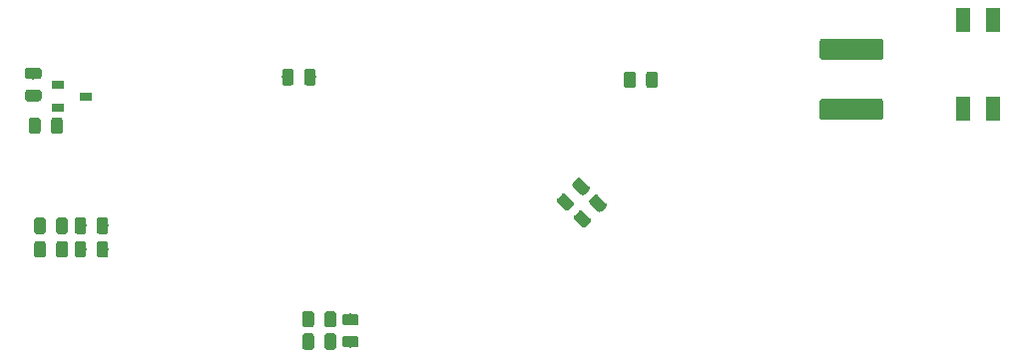
<source format=gbr>
G04 #@! TF.GenerationSoftware,KiCad,Pcbnew,(5.0.2)-1*
G04 #@! TF.CreationDate,2019-03-03T22:50:42-06:00*
G04 #@! TF.ProjectId,Dashboard,44617368-626f-4617-9264-2e6b69636164,rev?*
G04 #@! TF.SameCoordinates,Original*
G04 #@! TF.FileFunction,Paste,Bot*
G04 #@! TF.FilePolarity,Positive*
%FSLAX46Y46*%
G04 Gerber Fmt 4.6, Leading zero omitted, Abs format (unit mm)*
G04 Created by KiCad (PCBNEW (5.0.2)-1) date 3/3/2019 10:50:42 PM*
%MOMM*%
%LPD*%
G01*
G04 APERTURE LIST*
%ADD10C,0.100000*%
%ADD11C,0.975000*%
%ADD12C,1.800000*%
%ADD13R,1.200000X2.000000*%
%ADD14R,1.000000X0.700000*%
G04 APERTURE END LIST*
D10*
G04 #@! TO.C,C7*
G36*
X179299458Y-74536623D02*
X179323119Y-74540133D01*
X179346323Y-74545945D01*
X179368845Y-74554003D01*
X179390469Y-74564231D01*
X179410986Y-74576528D01*
X179430199Y-74590778D01*
X179447923Y-74606842D01*
X180093158Y-75252077D01*
X180109222Y-75269801D01*
X180123472Y-75289014D01*
X180135769Y-75309531D01*
X180145997Y-75331155D01*
X180154055Y-75353677D01*
X180159867Y-75376881D01*
X180163377Y-75400542D01*
X180164551Y-75424434D01*
X180163377Y-75448326D01*
X180159867Y-75471987D01*
X180154055Y-75495191D01*
X180145997Y-75517713D01*
X180135769Y-75539337D01*
X180123472Y-75559854D01*
X180109222Y-75579067D01*
X180093158Y-75596791D01*
X179748443Y-75941506D01*
X179730719Y-75957570D01*
X179711506Y-75971820D01*
X179690989Y-75984117D01*
X179669365Y-75994345D01*
X179646843Y-76002403D01*
X179623639Y-76008215D01*
X179599978Y-76011725D01*
X179576086Y-76012899D01*
X179552194Y-76011725D01*
X179528533Y-76008215D01*
X179505329Y-76002403D01*
X179482807Y-75994345D01*
X179461183Y-75984117D01*
X179440666Y-75971820D01*
X179421453Y-75957570D01*
X179403729Y-75941506D01*
X178758494Y-75296271D01*
X178742430Y-75278547D01*
X178728180Y-75259334D01*
X178715883Y-75238817D01*
X178705655Y-75217193D01*
X178697597Y-75194671D01*
X178691785Y-75171467D01*
X178688275Y-75147806D01*
X178687101Y-75123914D01*
X178688275Y-75100022D01*
X178691785Y-75076361D01*
X178697597Y-75053157D01*
X178705655Y-75030635D01*
X178715883Y-75009011D01*
X178728180Y-74988494D01*
X178742430Y-74969281D01*
X178758494Y-74951557D01*
X179103209Y-74606842D01*
X179120933Y-74590778D01*
X179140146Y-74576528D01*
X179160663Y-74564231D01*
X179182287Y-74554003D01*
X179204809Y-74545945D01*
X179228013Y-74540133D01*
X179251674Y-74536623D01*
X179275566Y-74535449D01*
X179299458Y-74536623D01*
X179299458Y-74536623D01*
G37*
D11*
X179425826Y-75274174D03*
D10*
G36*
X177973632Y-75862449D02*
X177997293Y-75865959D01*
X178020497Y-75871771D01*
X178043019Y-75879829D01*
X178064643Y-75890057D01*
X178085160Y-75902354D01*
X178104373Y-75916604D01*
X178122097Y-75932668D01*
X178767332Y-76577903D01*
X178783396Y-76595627D01*
X178797646Y-76614840D01*
X178809943Y-76635357D01*
X178820171Y-76656981D01*
X178828229Y-76679503D01*
X178834041Y-76702707D01*
X178837551Y-76726368D01*
X178838725Y-76750260D01*
X178837551Y-76774152D01*
X178834041Y-76797813D01*
X178828229Y-76821017D01*
X178820171Y-76843539D01*
X178809943Y-76865163D01*
X178797646Y-76885680D01*
X178783396Y-76904893D01*
X178767332Y-76922617D01*
X178422617Y-77267332D01*
X178404893Y-77283396D01*
X178385680Y-77297646D01*
X178365163Y-77309943D01*
X178343539Y-77320171D01*
X178321017Y-77328229D01*
X178297813Y-77334041D01*
X178274152Y-77337551D01*
X178250260Y-77338725D01*
X178226368Y-77337551D01*
X178202707Y-77334041D01*
X178179503Y-77328229D01*
X178156981Y-77320171D01*
X178135357Y-77309943D01*
X178114840Y-77297646D01*
X178095627Y-77283396D01*
X178077903Y-77267332D01*
X177432668Y-76622097D01*
X177416604Y-76604373D01*
X177402354Y-76585160D01*
X177390057Y-76564643D01*
X177379829Y-76543019D01*
X177371771Y-76520497D01*
X177365959Y-76497293D01*
X177362449Y-76473632D01*
X177361275Y-76449740D01*
X177362449Y-76425848D01*
X177365959Y-76402187D01*
X177371771Y-76378983D01*
X177379829Y-76356461D01*
X177390057Y-76334837D01*
X177402354Y-76314320D01*
X177416604Y-76295107D01*
X177432668Y-76277383D01*
X177777383Y-75932668D01*
X177795107Y-75916604D01*
X177814320Y-75902354D01*
X177834837Y-75890057D01*
X177856461Y-75879829D01*
X177878983Y-75871771D01*
X177902187Y-75865959D01*
X177925848Y-75862449D01*
X177949740Y-75861275D01*
X177973632Y-75862449D01*
X177973632Y-75862449D01*
G37*
D11*
X178100000Y-76600000D03*
G04 #@! TD*
D10*
G04 #@! TO.C,C9*
G36*
X179410719Y-77288275D02*
X179434380Y-77291785D01*
X179457584Y-77297597D01*
X179480106Y-77305655D01*
X179501730Y-77315883D01*
X179522247Y-77328180D01*
X179541460Y-77342430D01*
X179559184Y-77358494D01*
X180204419Y-78003729D01*
X180220483Y-78021453D01*
X180234733Y-78040666D01*
X180247030Y-78061183D01*
X180257258Y-78082807D01*
X180265316Y-78105329D01*
X180271128Y-78128533D01*
X180274638Y-78152194D01*
X180275812Y-78176086D01*
X180274638Y-78199978D01*
X180271128Y-78223639D01*
X180265316Y-78246843D01*
X180257258Y-78269365D01*
X180247030Y-78290989D01*
X180234733Y-78311506D01*
X180220483Y-78330719D01*
X180204419Y-78348443D01*
X179859704Y-78693158D01*
X179841980Y-78709222D01*
X179822767Y-78723472D01*
X179802250Y-78735769D01*
X179780626Y-78745997D01*
X179758104Y-78754055D01*
X179734900Y-78759867D01*
X179711239Y-78763377D01*
X179687347Y-78764551D01*
X179663455Y-78763377D01*
X179639794Y-78759867D01*
X179616590Y-78754055D01*
X179594068Y-78745997D01*
X179572444Y-78735769D01*
X179551927Y-78723472D01*
X179532714Y-78709222D01*
X179514990Y-78693158D01*
X178869755Y-78047923D01*
X178853691Y-78030199D01*
X178839441Y-78010986D01*
X178827144Y-77990469D01*
X178816916Y-77968845D01*
X178808858Y-77946323D01*
X178803046Y-77923119D01*
X178799536Y-77899458D01*
X178798362Y-77875566D01*
X178799536Y-77851674D01*
X178803046Y-77828013D01*
X178808858Y-77804809D01*
X178816916Y-77782287D01*
X178827144Y-77760663D01*
X178839441Y-77740146D01*
X178853691Y-77720933D01*
X178869755Y-77703209D01*
X179214470Y-77358494D01*
X179232194Y-77342430D01*
X179251407Y-77328180D01*
X179271924Y-77315883D01*
X179293548Y-77305655D01*
X179316070Y-77297597D01*
X179339274Y-77291785D01*
X179362935Y-77288275D01*
X179386827Y-77287101D01*
X179410719Y-77288275D01*
X179410719Y-77288275D01*
G37*
D11*
X179537087Y-78025826D03*
D10*
G36*
X180736545Y-75962449D02*
X180760206Y-75965959D01*
X180783410Y-75971771D01*
X180805932Y-75979829D01*
X180827556Y-75990057D01*
X180848073Y-76002354D01*
X180867286Y-76016604D01*
X180885010Y-76032668D01*
X181530245Y-76677903D01*
X181546309Y-76695627D01*
X181560559Y-76714840D01*
X181572856Y-76735357D01*
X181583084Y-76756981D01*
X181591142Y-76779503D01*
X181596954Y-76802707D01*
X181600464Y-76826368D01*
X181601638Y-76850260D01*
X181600464Y-76874152D01*
X181596954Y-76897813D01*
X181591142Y-76921017D01*
X181583084Y-76943539D01*
X181572856Y-76965163D01*
X181560559Y-76985680D01*
X181546309Y-77004893D01*
X181530245Y-77022617D01*
X181185530Y-77367332D01*
X181167806Y-77383396D01*
X181148593Y-77397646D01*
X181128076Y-77409943D01*
X181106452Y-77420171D01*
X181083930Y-77428229D01*
X181060726Y-77434041D01*
X181037065Y-77437551D01*
X181013173Y-77438725D01*
X180989281Y-77437551D01*
X180965620Y-77434041D01*
X180942416Y-77428229D01*
X180919894Y-77420171D01*
X180898270Y-77409943D01*
X180877753Y-77397646D01*
X180858540Y-77383396D01*
X180840816Y-77367332D01*
X180195581Y-76722097D01*
X180179517Y-76704373D01*
X180165267Y-76685160D01*
X180152970Y-76664643D01*
X180142742Y-76643019D01*
X180134684Y-76620497D01*
X180128872Y-76597293D01*
X180125362Y-76573632D01*
X180124188Y-76549740D01*
X180125362Y-76525848D01*
X180128872Y-76502187D01*
X180134684Y-76478983D01*
X180142742Y-76456461D01*
X180152970Y-76434837D01*
X180165267Y-76414320D01*
X180179517Y-76395107D01*
X180195581Y-76377383D01*
X180540296Y-76032668D01*
X180558020Y-76016604D01*
X180577233Y-76002354D01*
X180597750Y-75990057D01*
X180619374Y-75979829D01*
X180641896Y-75971771D01*
X180665100Y-75965959D01*
X180688761Y-75962449D01*
X180712653Y-75961275D01*
X180736545Y-75962449D01*
X180736545Y-75962449D01*
G37*
D11*
X180862913Y-76700000D03*
G04 #@! TD*
D10*
G04 #@! TO.C,C4*
G36*
X156556332Y-87749688D02*
X156579993Y-87753198D01*
X156603197Y-87759010D01*
X156625719Y-87767068D01*
X156647343Y-87777296D01*
X156667860Y-87789593D01*
X156687073Y-87803843D01*
X156704797Y-87819907D01*
X156720861Y-87837631D01*
X156735111Y-87856844D01*
X156747408Y-87877361D01*
X156757636Y-87898985D01*
X156765694Y-87921507D01*
X156771506Y-87944711D01*
X156775016Y-87968372D01*
X156776190Y-87992264D01*
X156776190Y-88904764D01*
X156775016Y-88928656D01*
X156771506Y-88952317D01*
X156765694Y-88975521D01*
X156757636Y-88998043D01*
X156747408Y-89019667D01*
X156735111Y-89040184D01*
X156720861Y-89059397D01*
X156704797Y-89077121D01*
X156687073Y-89093185D01*
X156667860Y-89107435D01*
X156647343Y-89119732D01*
X156625719Y-89129960D01*
X156603197Y-89138018D01*
X156579993Y-89143830D01*
X156556332Y-89147340D01*
X156532440Y-89148514D01*
X156044940Y-89148514D01*
X156021048Y-89147340D01*
X155997387Y-89143830D01*
X155974183Y-89138018D01*
X155951661Y-89129960D01*
X155930037Y-89119732D01*
X155909520Y-89107435D01*
X155890307Y-89093185D01*
X155872583Y-89077121D01*
X155856519Y-89059397D01*
X155842269Y-89040184D01*
X155829972Y-89019667D01*
X155819744Y-88998043D01*
X155811686Y-88975521D01*
X155805874Y-88952317D01*
X155802364Y-88928656D01*
X155801190Y-88904764D01*
X155801190Y-87992264D01*
X155802364Y-87968372D01*
X155805874Y-87944711D01*
X155811686Y-87921507D01*
X155819744Y-87898985D01*
X155829972Y-87877361D01*
X155842269Y-87856844D01*
X155856519Y-87837631D01*
X155872583Y-87819907D01*
X155890307Y-87803843D01*
X155909520Y-87789593D01*
X155930037Y-87777296D01*
X155951661Y-87767068D01*
X155974183Y-87759010D01*
X155997387Y-87753198D01*
X156021048Y-87749688D01*
X156044940Y-87748514D01*
X156532440Y-87748514D01*
X156556332Y-87749688D01*
X156556332Y-87749688D01*
G37*
D11*
X156288690Y-88448514D03*
D10*
G36*
X158431332Y-87749688D02*
X158454993Y-87753198D01*
X158478197Y-87759010D01*
X158500719Y-87767068D01*
X158522343Y-87777296D01*
X158542860Y-87789593D01*
X158562073Y-87803843D01*
X158579797Y-87819907D01*
X158595861Y-87837631D01*
X158610111Y-87856844D01*
X158622408Y-87877361D01*
X158632636Y-87898985D01*
X158640694Y-87921507D01*
X158646506Y-87944711D01*
X158650016Y-87968372D01*
X158651190Y-87992264D01*
X158651190Y-88904764D01*
X158650016Y-88928656D01*
X158646506Y-88952317D01*
X158640694Y-88975521D01*
X158632636Y-88998043D01*
X158622408Y-89019667D01*
X158610111Y-89040184D01*
X158595861Y-89059397D01*
X158579797Y-89077121D01*
X158562073Y-89093185D01*
X158542860Y-89107435D01*
X158522343Y-89119732D01*
X158500719Y-89129960D01*
X158478197Y-89138018D01*
X158454993Y-89143830D01*
X158431332Y-89147340D01*
X158407440Y-89148514D01*
X157919940Y-89148514D01*
X157896048Y-89147340D01*
X157872387Y-89143830D01*
X157849183Y-89138018D01*
X157826661Y-89129960D01*
X157805037Y-89119732D01*
X157784520Y-89107435D01*
X157765307Y-89093185D01*
X157747583Y-89077121D01*
X157731519Y-89059397D01*
X157717269Y-89040184D01*
X157704972Y-89019667D01*
X157694744Y-88998043D01*
X157686686Y-88975521D01*
X157680874Y-88952317D01*
X157677364Y-88928656D01*
X157676190Y-88904764D01*
X157676190Y-87992264D01*
X157677364Y-87968372D01*
X157680874Y-87944711D01*
X157686686Y-87921507D01*
X157694744Y-87898985D01*
X157704972Y-87877361D01*
X157717269Y-87856844D01*
X157731519Y-87837631D01*
X157747583Y-87819907D01*
X157765307Y-87803843D01*
X157784520Y-87789593D01*
X157805037Y-87777296D01*
X157826661Y-87767068D01*
X157849183Y-87759010D01*
X157872387Y-87753198D01*
X157896048Y-87749688D01*
X157919940Y-87748514D01*
X158407440Y-87748514D01*
X158431332Y-87749688D01*
X158431332Y-87749688D01*
G37*
D11*
X158163690Y-88448514D03*
G04 #@! TD*
D10*
G04 #@! TO.C,C5*
G36*
X160343832Y-86087188D02*
X160367493Y-86090698D01*
X160390697Y-86096510D01*
X160413219Y-86104568D01*
X160434843Y-86114796D01*
X160455360Y-86127093D01*
X160474573Y-86141343D01*
X160492297Y-86157407D01*
X160508361Y-86175131D01*
X160522611Y-86194344D01*
X160534908Y-86214861D01*
X160545136Y-86236485D01*
X160553194Y-86259007D01*
X160559006Y-86282211D01*
X160562516Y-86305872D01*
X160563690Y-86329764D01*
X160563690Y-86817264D01*
X160562516Y-86841156D01*
X160559006Y-86864817D01*
X160553194Y-86888021D01*
X160545136Y-86910543D01*
X160534908Y-86932167D01*
X160522611Y-86952684D01*
X160508361Y-86971897D01*
X160492297Y-86989621D01*
X160474573Y-87005685D01*
X160455360Y-87019935D01*
X160434843Y-87032232D01*
X160413219Y-87042460D01*
X160390697Y-87050518D01*
X160367493Y-87056330D01*
X160343832Y-87059840D01*
X160319940Y-87061014D01*
X159407440Y-87061014D01*
X159383548Y-87059840D01*
X159359887Y-87056330D01*
X159336683Y-87050518D01*
X159314161Y-87042460D01*
X159292537Y-87032232D01*
X159272020Y-87019935D01*
X159252807Y-87005685D01*
X159235083Y-86989621D01*
X159219019Y-86971897D01*
X159204769Y-86952684D01*
X159192472Y-86932167D01*
X159182244Y-86910543D01*
X159174186Y-86888021D01*
X159168374Y-86864817D01*
X159164864Y-86841156D01*
X159163690Y-86817264D01*
X159163690Y-86329764D01*
X159164864Y-86305872D01*
X159168374Y-86282211D01*
X159174186Y-86259007D01*
X159182244Y-86236485D01*
X159192472Y-86214861D01*
X159204769Y-86194344D01*
X159219019Y-86175131D01*
X159235083Y-86157407D01*
X159252807Y-86141343D01*
X159272020Y-86127093D01*
X159292537Y-86114796D01*
X159314161Y-86104568D01*
X159336683Y-86096510D01*
X159359887Y-86090698D01*
X159383548Y-86087188D01*
X159407440Y-86086014D01*
X160319940Y-86086014D01*
X160343832Y-86087188D01*
X160343832Y-86087188D01*
G37*
D11*
X159863690Y-86573514D03*
D10*
G36*
X160343832Y-87962188D02*
X160367493Y-87965698D01*
X160390697Y-87971510D01*
X160413219Y-87979568D01*
X160434843Y-87989796D01*
X160455360Y-88002093D01*
X160474573Y-88016343D01*
X160492297Y-88032407D01*
X160508361Y-88050131D01*
X160522611Y-88069344D01*
X160534908Y-88089861D01*
X160545136Y-88111485D01*
X160553194Y-88134007D01*
X160559006Y-88157211D01*
X160562516Y-88180872D01*
X160563690Y-88204764D01*
X160563690Y-88692264D01*
X160562516Y-88716156D01*
X160559006Y-88739817D01*
X160553194Y-88763021D01*
X160545136Y-88785543D01*
X160534908Y-88807167D01*
X160522611Y-88827684D01*
X160508361Y-88846897D01*
X160492297Y-88864621D01*
X160474573Y-88880685D01*
X160455360Y-88894935D01*
X160434843Y-88907232D01*
X160413219Y-88917460D01*
X160390697Y-88925518D01*
X160367493Y-88931330D01*
X160343832Y-88934840D01*
X160319940Y-88936014D01*
X159407440Y-88936014D01*
X159383548Y-88934840D01*
X159359887Y-88931330D01*
X159336683Y-88925518D01*
X159314161Y-88917460D01*
X159292537Y-88907232D01*
X159272020Y-88894935D01*
X159252807Y-88880685D01*
X159235083Y-88864621D01*
X159219019Y-88846897D01*
X159204769Y-88827684D01*
X159192472Y-88807167D01*
X159182244Y-88785543D01*
X159174186Y-88763021D01*
X159168374Y-88739817D01*
X159164864Y-88716156D01*
X159163690Y-88692264D01*
X159163690Y-88204764D01*
X159164864Y-88180872D01*
X159168374Y-88157211D01*
X159174186Y-88134007D01*
X159182244Y-88111485D01*
X159192472Y-88089861D01*
X159204769Y-88069344D01*
X159219019Y-88050131D01*
X159235083Y-88032407D01*
X159252807Y-88016343D01*
X159272020Y-88002093D01*
X159292537Y-87989796D01*
X159314161Y-87979568D01*
X159336683Y-87971510D01*
X159359887Y-87965698D01*
X159383548Y-87962188D01*
X159407440Y-87961014D01*
X160319940Y-87961014D01*
X160343832Y-87962188D01*
X160343832Y-87962188D01*
G37*
D11*
X159863690Y-88448514D03*
G04 #@! TD*
D10*
G04 #@! TO.C,C6*
G36*
X156556332Y-85849688D02*
X156579993Y-85853198D01*
X156603197Y-85859010D01*
X156625719Y-85867068D01*
X156647343Y-85877296D01*
X156667860Y-85889593D01*
X156687073Y-85903843D01*
X156704797Y-85919907D01*
X156720861Y-85937631D01*
X156735111Y-85956844D01*
X156747408Y-85977361D01*
X156757636Y-85998985D01*
X156765694Y-86021507D01*
X156771506Y-86044711D01*
X156775016Y-86068372D01*
X156776190Y-86092264D01*
X156776190Y-87004764D01*
X156775016Y-87028656D01*
X156771506Y-87052317D01*
X156765694Y-87075521D01*
X156757636Y-87098043D01*
X156747408Y-87119667D01*
X156735111Y-87140184D01*
X156720861Y-87159397D01*
X156704797Y-87177121D01*
X156687073Y-87193185D01*
X156667860Y-87207435D01*
X156647343Y-87219732D01*
X156625719Y-87229960D01*
X156603197Y-87238018D01*
X156579993Y-87243830D01*
X156556332Y-87247340D01*
X156532440Y-87248514D01*
X156044940Y-87248514D01*
X156021048Y-87247340D01*
X155997387Y-87243830D01*
X155974183Y-87238018D01*
X155951661Y-87229960D01*
X155930037Y-87219732D01*
X155909520Y-87207435D01*
X155890307Y-87193185D01*
X155872583Y-87177121D01*
X155856519Y-87159397D01*
X155842269Y-87140184D01*
X155829972Y-87119667D01*
X155819744Y-87098043D01*
X155811686Y-87075521D01*
X155805874Y-87052317D01*
X155802364Y-87028656D01*
X155801190Y-87004764D01*
X155801190Y-86092264D01*
X155802364Y-86068372D01*
X155805874Y-86044711D01*
X155811686Y-86021507D01*
X155819744Y-85998985D01*
X155829972Y-85977361D01*
X155842269Y-85956844D01*
X155856519Y-85937631D01*
X155872583Y-85919907D01*
X155890307Y-85903843D01*
X155909520Y-85889593D01*
X155930037Y-85877296D01*
X155951661Y-85867068D01*
X155974183Y-85859010D01*
X155997387Y-85853198D01*
X156021048Y-85849688D01*
X156044940Y-85848514D01*
X156532440Y-85848514D01*
X156556332Y-85849688D01*
X156556332Y-85849688D01*
G37*
D11*
X156288690Y-86548514D03*
D10*
G36*
X158431332Y-85849688D02*
X158454993Y-85853198D01*
X158478197Y-85859010D01*
X158500719Y-85867068D01*
X158522343Y-85877296D01*
X158542860Y-85889593D01*
X158562073Y-85903843D01*
X158579797Y-85919907D01*
X158595861Y-85937631D01*
X158610111Y-85956844D01*
X158622408Y-85977361D01*
X158632636Y-85998985D01*
X158640694Y-86021507D01*
X158646506Y-86044711D01*
X158650016Y-86068372D01*
X158651190Y-86092264D01*
X158651190Y-87004764D01*
X158650016Y-87028656D01*
X158646506Y-87052317D01*
X158640694Y-87075521D01*
X158632636Y-87098043D01*
X158622408Y-87119667D01*
X158610111Y-87140184D01*
X158595861Y-87159397D01*
X158579797Y-87177121D01*
X158562073Y-87193185D01*
X158542860Y-87207435D01*
X158522343Y-87219732D01*
X158500719Y-87229960D01*
X158478197Y-87238018D01*
X158454993Y-87243830D01*
X158431332Y-87247340D01*
X158407440Y-87248514D01*
X157919940Y-87248514D01*
X157896048Y-87247340D01*
X157872387Y-87243830D01*
X157849183Y-87238018D01*
X157826661Y-87229960D01*
X157805037Y-87219732D01*
X157784520Y-87207435D01*
X157765307Y-87193185D01*
X157747583Y-87177121D01*
X157731519Y-87159397D01*
X157717269Y-87140184D01*
X157704972Y-87119667D01*
X157694744Y-87098043D01*
X157686686Y-87075521D01*
X157680874Y-87052317D01*
X157677364Y-87028656D01*
X157676190Y-87004764D01*
X157676190Y-86092264D01*
X157677364Y-86068372D01*
X157680874Y-86044711D01*
X157686686Y-86021507D01*
X157694744Y-85998985D01*
X157704972Y-85977361D01*
X157717269Y-85956844D01*
X157731519Y-85937631D01*
X157747583Y-85919907D01*
X157765307Y-85903843D01*
X157784520Y-85889593D01*
X157805037Y-85877296D01*
X157826661Y-85867068D01*
X157849183Y-85859010D01*
X157872387Y-85853198D01*
X157896048Y-85849688D01*
X157919940Y-85848514D01*
X158407440Y-85848514D01*
X158431332Y-85849688D01*
X158431332Y-85849688D01*
G37*
D11*
X158163690Y-86548514D03*
G04 #@! TD*
D10*
G04 #@! TO.C,C16*
G36*
X204842372Y-62724768D02*
X204866641Y-62728368D01*
X204890439Y-62734329D01*
X204913539Y-62742594D01*
X204935717Y-62753084D01*
X204956761Y-62765697D01*
X204976466Y-62780311D01*
X204994645Y-62796787D01*
X205011121Y-62814966D01*
X205025735Y-62834671D01*
X205038348Y-62855715D01*
X205048838Y-62877893D01*
X205057103Y-62900993D01*
X205063064Y-62924791D01*
X205066664Y-62949060D01*
X205067868Y-62973564D01*
X205067868Y-64273564D01*
X205066664Y-64298068D01*
X205063064Y-64322337D01*
X205057103Y-64346135D01*
X205048838Y-64369235D01*
X205038348Y-64391413D01*
X205025735Y-64412457D01*
X205011121Y-64432162D01*
X204994645Y-64450341D01*
X204976466Y-64466817D01*
X204956761Y-64481431D01*
X204935717Y-64494044D01*
X204913539Y-64504534D01*
X204890439Y-64512799D01*
X204866641Y-64518760D01*
X204842372Y-64522360D01*
X204817868Y-64523564D01*
X199917868Y-64523564D01*
X199893364Y-64522360D01*
X199869095Y-64518760D01*
X199845297Y-64512799D01*
X199822197Y-64504534D01*
X199800019Y-64494044D01*
X199778975Y-64481431D01*
X199759270Y-64466817D01*
X199741091Y-64450341D01*
X199724615Y-64432162D01*
X199710001Y-64412457D01*
X199697388Y-64391413D01*
X199686898Y-64369235D01*
X199678633Y-64346135D01*
X199672672Y-64322337D01*
X199669072Y-64298068D01*
X199667868Y-64273564D01*
X199667868Y-62973564D01*
X199669072Y-62949060D01*
X199672672Y-62924791D01*
X199678633Y-62900993D01*
X199686898Y-62877893D01*
X199697388Y-62855715D01*
X199710001Y-62834671D01*
X199724615Y-62814966D01*
X199741091Y-62796787D01*
X199759270Y-62780311D01*
X199778975Y-62765697D01*
X199800019Y-62753084D01*
X199822197Y-62742594D01*
X199845297Y-62734329D01*
X199869095Y-62728368D01*
X199893364Y-62724768D01*
X199917868Y-62723564D01*
X204817868Y-62723564D01*
X204842372Y-62724768D01*
X204842372Y-62724768D01*
G37*
D12*
X202367868Y-63623564D03*
D10*
G36*
X204842372Y-67824768D02*
X204866641Y-67828368D01*
X204890439Y-67834329D01*
X204913539Y-67842594D01*
X204935717Y-67853084D01*
X204956761Y-67865697D01*
X204976466Y-67880311D01*
X204994645Y-67896787D01*
X205011121Y-67914966D01*
X205025735Y-67934671D01*
X205038348Y-67955715D01*
X205048838Y-67977893D01*
X205057103Y-68000993D01*
X205063064Y-68024791D01*
X205066664Y-68049060D01*
X205067868Y-68073564D01*
X205067868Y-69373564D01*
X205066664Y-69398068D01*
X205063064Y-69422337D01*
X205057103Y-69446135D01*
X205048838Y-69469235D01*
X205038348Y-69491413D01*
X205025735Y-69512457D01*
X205011121Y-69532162D01*
X204994645Y-69550341D01*
X204976466Y-69566817D01*
X204956761Y-69581431D01*
X204935717Y-69594044D01*
X204913539Y-69604534D01*
X204890439Y-69612799D01*
X204866641Y-69618760D01*
X204842372Y-69622360D01*
X204817868Y-69623564D01*
X199917868Y-69623564D01*
X199893364Y-69622360D01*
X199869095Y-69618760D01*
X199845297Y-69612799D01*
X199822197Y-69604534D01*
X199800019Y-69594044D01*
X199778975Y-69581431D01*
X199759270Y-69566817D01*
X199741091Y-69550341D01*
X199724615Y-69532162D01*
X199710001Y-69512457D01*
X199697388Y-69491413D01*
X199686898Y-69469235D01*
X199678633Y-69446135D01*
X199672672Y-69422337D01*
X199669072Y-69398068D01*
X199667868Y-69373564D01*
X199667868Y-68073564D01*
X199669072Y-68049060D01*
X199672672Y-68024791D01*
X199678633Y-68000993D01*
X199686898Y-67977893D01*
X199697388Y-67955715D01*
X199710001Y-67934671D01*
X199724615Y-67914966D01*
X199741091Y-67896787D01*
X199759270Y-67880311D01*
X199778975Y-67865697D01*
X199800019Y-67853084D01*
X199822197Y-67842594D01*
X199845297Y-67834329D01*
X199869095Y-67828368D01*
X199893364Y-67824768D01*
X199917868Y-67823564D01*
X204817868Y-67823564D01*
X204842372Y-67824768D01*
X204842372Y-67824768D01*
G37*
D12*
X202367868Y-68723564D03*
G04 #@! TD*
D10*
G04 #@! TO.C,C18*
G36*
X133789012Y-79916336D02*
X133812673Y-79919846D01*
X133835877Y-79925658D01*
X133858399Y-79933716D01*
X133880023Y-79943944D01*
X133900540Y-79956241D01*
X133919753Y-79970491D01*
X133937477Y-79986555D01*
X133953541Y-80004279D01*
X133967791Y-80023492D01*
X133980088Y-80044009D01*
X133990316Y-80065633D01*
X133998374Y-80088155D01*
X134004186Y-80111359D01*
X134007696Y-80135020D01*
X134008870Y-80158912D01*
X134008870Y-81071412D01*
X134007696Y-81095304D01*
X134004186Y-81118965D01*
X133998374Y-81142169D01*
X133990316Y-81164691D01*
X133980088Y-81186315D01*
X133967791Y-81206832D01*
X133953541Y-81226045D01*
X133937477Y-81243769D01*
X133919753Y-81259833D01*
X133900540Y-81274083D01*
X133880023Y-81286380D01*
X133858399Y-81296608D01*
X133835877Y-81304666D01*
X133812673Y-81310478D01*
X133789012Y-81313988D01*
X133765120Y-81315162D01*
X133277620Y-81315162D01*
X133253728Y-81313988D01*
X133230067Y-81310478D01*
X133206863Y-81304666D01*
X133184341Y-81296608D01*
X133162717Y-81286380D01*
X133142200Y-81274083D01*
X133122987Y-81259833D01*
X133105263Y-81243769D01*
X133089199Y-81226045D01*
X133074949Y-81206832D01*
X133062652Y-81186315D01*
X133052424Y-81164691D01*
X133044366Y-81142169D01*
X133038554Y-81118965D01*
X133035044Y-81095304D01*
X133033870Y-81071412D01*
X133033870Y-80158912D01*
X133035044Y-80135020D01*
X133038554Y-80111359D01*
X133044366Y-80088155D01*
X133052424Y-80065633D01*
X133062652Y-80044009D01*
X133074949Y-80023492D01*
X133089199Y-80004279D01*
X133105263Y-79986555D01*
X133122987Y-79970491D01*
X133142200Y-79956241D01*
X133162717Y-79943944D01*
X133184341Y-79933716D01*
X133206863Y-79925658D01*
X133230067Y-79919846D01*
X133253728Y-79916336D01*
X133277620Y-79915162D01*
X133765120Y-79915162D01*
X133789012Y-79916336D01*
X133789012Y-79916336D01*
G37*
D11*
X133521370Y-80615162D03*
D10*
G36*
X135664012Y-79916336D02*
X135687673Y-79919846D01*
X135710877Y-79925658D01*
X135733399Y-79933716D01*
X135755023Y-79943944D01*
X135775540Y-79956241D01*
X135794753Y-79970491D01*
X135812477Y-79986555D01*
X135828541Y-80004279D01*
X135842791Y-80023492D01*
X135855088Y-80044009D01*
X135865316Y-80065633D01*
X135873374Y-80088155D01*
X135879186Y-80111359D01*
X135882696Y-80135020D01*
X135883870Y-80158912D01*
X135883870Y-81071412D01*
X135882696Y-81095304D01*
X135879186Y-81118965D01*
X135873374Y-81142169D01*
X135865316Y-81164691D01*
X135855088Y-81186315D01*
X135842791Y-81206832D01*
X135828541Y-81226045D01*
X135812477Y-81243769D01*
X135794753Y-81259833D01*
X135775540Y-81274083D01*
X135755023Y-81286380D01*
X135733399Y-81296608D01*
X135710877Y-81304666D01*
X135687673Y-81310478D01*
X135664012Y-81313988D01*
X135640120Y-81315162D01*
X135152620Y-81315162D01*
X135128728Y-81313988D01*
X135105067Y-81310478D01*
X135081863Y-81304666D01*
X135059341Y-81296608D01*
X135037717Y-81286380D01*
X135017200Y-81274083D01*
X134997987Y-81259833D01*
X134980263Y-81243769D01*
X134964199Y-81226045D01*
X134949949Y-81206832D01*
X134937652Y-81186315D01*
X134927424Y-81164691D01*
X134919366Y-81142169D01*
X134913554Y-81118965D01*
X134910044Y-81095304D01*
X134908870Y-81071412D01*
X134908870Y-80158912D01*
X134910044Y-80135020D01*
X134913554Y-80111359D01*
X134919366Y-80088155D01*
X134927424Y-80065633D01*
X134937652Y-80044009D01*
X134949949Y-80023492D01*
X134964199Y-80004279D01*
X134980263Y-79986555D01*
X134997987Y-79970491D01*
X135017200Y-79956241D01*
X135037717Y-79943944D01*
X135059341Y-79933716D01*
X135081863Y-79925658D01*
X135105067Y-79919846D01*
X135128728Y-79916336D01*
X135152620Y-79915162D01*
X135640120Y-79915162D01*
X135664012Y-79916336D01*
X135664012Y-79916336D01*
G37*
D11*
X135396370Y-80615162D03*
G04 #@! TD*
D10*
G04 #@! TO.C,C19*
G36*
X135664012Y-77916336D02*
X135687673Y-77919846D01*
X135710877Y-77925658D01*
X135733399Y-77933716D01*
X135755023Y-77943944D01*
X135775540Y-77956241D01*
X135794753Y-77970491D01*
X135812477Y-77986555D01*
X135828541Y-78004279D01*
X135842791Y-78023492D01*
X135855088Y-78044009D01*
X135865316Y-78065633D01*
X135873374Y-78088155D01*
X135879186Y-78111359D01*
X135882696Y-78135020D01*
X135883870Y-78158912D01*
X135883870Y-79071412D01*
X135882696Y-79095304D01*
X135879186Y-79118965D01*
X135873374Y-79142169D01*
X135865316Y-79164691D01*
X135855088Y-79186315D01*
X135842791Y-79206832D01*
X135828541Y-79226045D01*
X135812477Y-79243769D01*
X135794753Y-79259833D01*
X135775540Y-79274083D01*
X135755023Y-79286380D01*
X135733399Y-79296608D01*
X135710877Y-79304666D01*
X135687673Y-79310478D01*
X135664012Y-79313988D01*
X135640120Y-79315162D01*
X135152620Y-79315162D01*
X135128728Y-79313988D01*
X135105067Y-79310478D01*
X135081863Y-79304666D01*
X135059341Y-79296608D01*
X135037717Y-79286380D01*
X135017200Y-79274083D01*
X134997987Y-79259833D01*
X134980263Y-79243769D01*
X134964199Y-79226045D01*
X134949949Y-79206832D01*
X134937652Y-79186315D01*
X134927424Y-79164691D01*
X134919366Y-79142169D01*
X134913554Y-79118965D01*
X134910044Y-79095304D01*
X134908870Y-79071412D01*
X134908870Y-78158912D01*
X134910044Y-78135020D01*
X134913554Y-78111359D01*
X134919366Y-78088155D01*
X134927424Y-78065633D01*
X134937652Y-78044009D01*
X134949949Y-78023492D01*
X134964199Y-78004279D01*
X134980263Y-77986555D01*
X134997987Y-77970491D01*
X135017200Y-77956241D01*
X135037717Y-77943944D01*
X135059341Y-77933716D01*
X135081863Y-77925658D01*
X135105067Y-77919846D01*
X135128728Y-77916336D01*
X135152620Y-77915162D01*
X135640120Y-77915162D01*
X135664012Y-77916336D01*
X135664012Y-77916336D01*
G37*
D11*
X135396370Y-78615162D03*
D10*
G36*
X133789012Y-77916336D02*
X133812673Y-77919846D01*
X133835877Y-77925658D01*
X133858399Y-77933716D01*
X133880023Y-77943944D01*
X133900540Y-77956241D01*
X133919753Y-77970491D01*
X133937477Y-77986555D01*
X133953541Y-78004279D01*
X133967791Y-78023492D01*
X133980088Y-78044009D01*
X133990316Y-78065633D01*
X133998374Y-78088155D01*
X134004186Y-78111359D01*
X134007696Y-78135020D01*
X134008870Y-78158912D01*
X134008870Y-79071412D01*
X134007696Y-79095304D01*
X134004186Y-79118965D01*
X133998374Y-79142169D01*
X133990316Y-79164691D01*
X133980088Y-79186315D01*
X133967791Y-79206832D01*
X133953541Y-79226045D01*
X133937477Y-79243769D01*
X133919753Y-79259833D01*
X133900540Y-79274083D01*
X133880023Y-79286380D01*
X133858399Y-79296608D01*
X133835877Y-79304666D01*
X133812673Y-79310478D01*
X133789012Y-79313988D01*
X133765120Y-79315162D01*
X133277620Y-79315162D01*
X133253728Y-79313988D01*
X133230067Y-79310478D01*
X133206863Y-79304666D01*
X133184341Y-79296608D01*
X133162717Y-79286380D01*
X133142200Y-79274083D01*
X133122987Y-79259833D01*
X133105263Y-79243769D01*
X133089199Y-79226045D01*
X133074949Y-79206832D01*
X133062652Y-79186315D01*
X133052424Y-79164691D01*
X133044366Y-79142169D01*
X133038554Y-79118965D01*
X133035044Y-79095304D01*
X133033870Y-79071412D01*
X133033870Y-78158912D01*
X133035044Y-78135020D01*
X133038554Y-78111359D01*
X133044366Y-78088155D01*
X133052424Y-78065633D01*
X133062652Y-78044009D01*
X133074949Y-78023492D01*
X133089199Y-78004279D01*
X133105263Y-77986555D01*
X133122987Y-77970491D01*
X133142200Y-77956241D01*
X133162717Y-77943944D01*
X133184341Y-77933716D01*
X133206863Y-77925658D01*
X133230067Y-77919846D01*
X133253728Y-77916336D01*
X133277620Y-77915162D01*
X133765120Y-77915162D01*
X133789012Y-77916336D01*
X133789012Y-77916336D01*
G37*
D11*
X133521370Y-78615162D03*
G04 #@! TD*
D10*
G04 #@! TO.C,C20*
G36*
X139101512Y-79916336D02*
X139125173Y-79919846D01*
X139148377Y-79925658D01*
X139170899Y-79933716D01*
X139192523Y-79943944D01*
X139213040Y-79956241D01*
X139232253Y-79970491D01*
X139249977Y-79986555D01*
X139266041Y-80004279D01*
X139280291Y-80023492D01*
X139292588Y-80044009D01*
X139302816Y-80065633D01*
X139310874Y-80088155D01*
X139316686Y-80111359D01*
X139320196Y-80135020D01*
X139321370Y-80158912D01*
X139321370Y-81071412D01*
X139320196Y-81095304D01*
X139316686Y-81118965D01*
X139310874Y-81142169D01*
X139302816Y-81164691D01*
X139292588Y-81186315D01*
X139280291Y-81206832D01*
X139266041Y-81226045D01*
X139249977Y-81243769D01*
X139232253Y-81259833D01*
X139213040Y-81274083D01*
X139192523Y-81286380D01*
X139170899Y-81296608D01*
X139148377Y-81304666D01*
X139125173Y-81310478D01*
X139101512Y-81313988D01*
X139077620Y-81315162D01*
X138590120Y-81315162D01*
X138566228Y-81313988D01*
X138542567Y-81310478D01*
X138519363Y-81304666D01*
X138496841Y-81296608D01*
X138475217Y-81286380D01*
X138454700Y-81274083D01*
X138435487Y-81259833D01*
X138417763Y-81243769D01*
X138401699Y-81226045D01*
X138387449Y-81206832D01*
X138375152Y-81186315D01*
X138364924Y-81164691D01*
X138356866Y-81142169D01*
X138351054Y-81118965D01*
X138347544Y-81095304D01*
X138346370Y-81071412D01*
X138346370Y-80158912D01*
X138347544Y-80135020D01*
X138351054Y-80111359D01*
X138356866Y-80088155D01*
X138364924Y-80065633D01*
X138375152Y-80044009D01*
X138387449Y-80023492D01*
X138401699Y-80004279D01*
X138417763Y-79986555D01*
X138435487Y-79970491D01*
X138454700Y-79956241D01*
X138475217Y-79943944D01*
X138496841Y-79933716D01*
X138519363Y-79925658D01*
X138542567Y-79919846D01*
X138566228Y-79916336D01*
X138590120Y-79915162D01*
X139077620Y-79915162D01*
X139101512Y-79916336D01*
X139101512Y-79916336D01*
G37*
D11*
X138833870Y-80615162D03*
D10*
G36*
X137226512Y-79916336D02*
X137250173Y-79919846D01*
X137273377Y-79925658D01*
X137295899Y-79933716D01*
X137317523Y-79943944D01*
X137338040Y-79956241D01*
X137357253Y-79970491D01*
X137374977Y-79986555D01*
X137391041Y-80004279D01*
X137405291Y-80023492D01*
X137417588Y-80044009D01*
X137427816Y-80065633D01*
X137435874Y-80088155D01*
X137441686Y-80111359D01*
X137445196Y-80135020D01*
X137446370Y-80158912D01*
X137446370Y-81071412D01*
X137445196Y-81095304D01*
X137441686Y-81118965D01*
X137435874Y-81142169D01*
X137427816Y-81164691D01*
X137417588Y-81186315D01*
X137405291Y-81206832D01*
X137391041Y-81226045D01*
X137374977Y-81243769D01*
X137357253Y-81259833D01*
X137338040Y-81274083D01*
X137317523Y-81286380D01*
X137295899Y-81296608D01*
X137273377Y-81304666D01*
X137250173Y-81310478D01*
X137226512Y-81313988D01*
X137202620Y-81315162D01*
X136715120Y-81315162D01*
X136691228Y-81313988D01*
X136667567Y-81310478D01*
X136644363Y-81304666D01*
X136621841Y-81296608D01*
X136600217Y-81286380D01*
X136579700Y-81274083D01*
X136560487Y-81259833D01*
X136542763Y-81243769D01*
X136526699Y-81226045D01*
X136512449Y-81206832D01*
X136500152Y-81186315D01*
X136489924Y-81164691D01*
X136481866Y-81142169D01*
X136476054Y-81118965D01*
X136472544Y-81095304D01*
X136471370Y-81071412D01*
X136471370Y-80158912D01*
X136472544Y-80135020D01*
X136476054Y-80111359D01*
X136481866Y-80088155D01*
X136489924Y-80065633D01*
X136500152Y-80044009D01*
X136512449Y-80023492D01*
X136526699Y-80004279D01*
X136542763Y-79986555D01*
X136560487Y-79970491D01*
X136579700Y-79956241D01*
X136600217Y-79943944D01*
X136621841Y-79933716D01*
X136644363Y-79925658D01*
X136667567Y-79919846D01*
X136691228Y-79916336D01*
X136715120Y-79915162D01*
X137202620Y-79915162D01*
X137226512Y-79916336D01*
X137226512Y-79916336D01*
G37*
D11*
X136958870Y-80615162D03*
G04 #@! TD*
D10*
G04 #@! TO.C,C21*
G36*
X137226512Y-77916336D02*
X137250173Y-77919846D01*
X137273377Y-77925658D01*
X137295899Y-77933716D01*
X137317523Y-77943944D01*
X137338040Y-77956241D01*
X137357253Y-77970491D01*
X137374977Y-77986555D01*
X137391041Y-78004279D01*
X137405291Y-78023492D01*
X137417588Y-78044009D01*
X137427816Y-78065633D01*
X137435874Y-78088155D01*
X137441686Y-78111359D01*
X137445196Y-78135020D01*
X137446370Y-78158912D01*
X137446370Y-79071412D01*
X137445196Y-79095304D01*
X137441686Y-79118965D01*
X137435874Y-79142169D01*
X137427816Y-79164691D01*
X137417588Y-79186315D01*
X137405291Y-79206832D01*
X137391041Y-79226045D01*
X137374977Y-79243769D01*
X137357253Y-79259833D01*
X137338040Y-79274083D01*
X137317523Y-79286380D01*
X137295899Y-79296608D01*
X137273377Y-79304666D01*
X137250173Y-79310478D01*
X137226512Y-79313988D01*
X137202620Y-79315162D01*
X136715120Y-79315162D01*
X136691228Y-79313988D01*
X136667567Y-79310478D01*
X136644363Y-79304666D01*
X136621841Y-79296608D01*
X136600217Y-79286380D01*
X136579700Y-79274083D01*
X136560487Y-79259833D01*
X136542763Y-79243769D01*
X136526699Y-79226045D01*
X136512449Y-79206832D01*
X136500152Y-79186315D01*
X136489924Y-79164691D01*
X136481866Y-79142169D01*
X136476054Y-79118965D01*
X136472544Y-79095304D01*
X136471370Y-79071412D01*
X136471370Y-78158912D01*
X136472544Y-78135020D01*
X136476054Y-78111359D01*
X136481866Y-78088155D01*
X136489924Y-78065633D01*
X136500152Y-78044009D01*
X136512449Y-78023492D01*
X136526699Y-78004279D01*
X136542763Y-77986555D01*
X136560487Y-77970491D01*
X136579700Y-77956241D01*
X136600217Y-77943944D01*
X136621841Y-77933716D01*
X136644363Y-77925658D01*
X136667567Y-77919846D01*
X136691228Y-77916336D01*
X136715120Y-77915162D01*
X137202620Y-77915162D01*
X137226512Y-77916336D01*
X137226512Y-77916336D01*
G37*
D11*
X136958870Y-78615162D03*
D10*
G36*
X139101512Y-77916336D02*
X139125173Y-77919846D01*
X139148377Y-77925658D01*
X139170899Y-77933716D01*
X139192523Y-77943944D01*
X139213040Y-77956241D01*
X139232253Y-77970491D01*
X139249977Y-77986555D01*
X139266041Y-78004279D01*
X139280291Y-78023492D01*
X139292588Y-78044009D01*
X139302816Y-78065633D01*
X139310874Y-78088155D01*
X139316686Y-78111359D01*
X139320196Y-78135020D01*
X139321370Y-78158912D01*
X139321370Y-79071412D01*
X139320196Y-79095304D01*
X139316686Y-79118965D01*
X139310874Y-79142169D01*
X139302816Y-79164691D01*
X139292588Y-79186315D01*
X139280291Y-79206832D01*
X139266041Y-79226045D01*
X139249977Y-79243769D01*
X139232253Y-79259833D01*
X139213040Y-79274083D01*
X139192523Y-79286380D01*
X139170899Y-79296608D01*
X139148377Y-79304666D01*
X139125173Y-79310478D01*
X139101512Y-79313988D01*
X139077620Y-79315162D01*
X138590120Y-79315162D01*
X138566228Y-79313988D01*
X138542567Y-79310478D01*
X138519363Y-79304666D01*
X138496841Y-79296608D01*
X138475217Y-79286380D01*
X138454700Y-79274083D01*
X138435487Y-79259833D01*
X138417763Y-79243769D01*
X138401699Y-79226045D01*
X138387449Y-79206832D01*
X138375152Y-79186315D01*
X138364924Y-79164691D01*
X138356866Y-79142169D01*
X138351054Y-79118965D01*
X138347544Y-79095304D01*
X138346370Y-79071412D01*
X138346370Y-78158912D01*
X138347544Y-78135020D01*
X138351054Y-78111359D01*
X138356866Y-78088155D01*
X138364924Y-78065633D01*
X138375152Y-78044009D01*
X138387449Y-78023492D01*
X138401699Y-78004279D01*
X138417763Y-77986555D01*
X138435487Y-77970491D01*
X138454700Y-77956241D01*
X138475217Y-77943944D01*
X138496841Y-77933716D01*
X138519363Y-77925658D01*
X138542567Y-77919846D01*
X138566228Y-77916336D01*
X138590120Y-77915162D01*
X139077620Y-77915162D01*
X139101512Y-77916336D01*
X139101512Y-77916336D01*
G37*
D11*
X138833870Y-78615162D03*
G04 #@! TD*
D10*
G04 #@! TO.C,C42*
G36*
X185705142Y-65501174D02*
X185728803Y-65504684D01*
X185752007Y-65510496D01*
X185774529Y-65518554D01*
X185796153Y-65528782D01*
X185816670Y-65541079D01*
X185835883Y-65555329D01*
X185853607Y-65571393D01*
X185869671Y-65589117D01*
X185883921Y-65608330D01*
X185896218Y-65628847D01*
X185906446Y-65650471D01*
X185914504Y-65672993D01*
X185920316Y-65696197D01*
X185923826Y-65719858D01*
X185925000Y-65743750D01*
X185925000Y-66656250D01*
X185923826Y-66680142D01*
X185920316Y-66703803D01*
X185914504Y-66727007D01*
X185906446Y-66749529D01*
X185896218Y-66771153D01*
X185883921Y-66791670D01*
X185869671Y-66810883D01*
X185853607Y-66828607D01*
X185835883Y-66844671D01*
X185816670Y-66858921D01*
X185796153Y-66871218D01*
X185774529Y-66881446D01*
X185752007Y-66889504D01*
X185728803Y-66895316D01*
X185705142Y-66898826D01*
X185681250Y-66900000D01*
X185193750Y-66900000D01*
X185169858Y-66898826D01*
X185146197Y-66895316D01*
X185122993Y-66889504D01*
X185100471Y-66881446D01*
X185078847Y-66871218D01*
X185058330Y-66858921D01*
X185039117Y-66844671D01*
X185021393Y-66828607D01*
X185005329Y-66810883D01*
X184991079Y-66791670D01*
X184978782Y-66771153D01*
X184968554Y-66749529D01*
X184960496Y-66727007D01*
X184954684Y-66703803D01*
X184951174Y-66680142D01*
X184950000Y-66656250D01*
X184950000Y-65743750D01*
X184951174Y-65719858D01*
X184954684Y-65696197D01*
X184960496Y-65672993D01*
X184968554Y-65650471D01*
X184978782Y-65628847D01*
X184991079Y-65608330D01*
X185005329Y-65589117D01*
X185021393Y-65571393D01*
X185039117Y-65555329D01*
X185058330Y-65541079D01*
X185078847Y-65528782D01*
X185100471Y-65518554D01*
X185122993Y-65510496D01*
X185146197Y-65504684D01*
X185169858Y-65501174D01*
X185193750Y-65500000D01*
X185681250Y-65500000D01*
X185705142Y-65501174D01*
X185705142Y-65501174D01*
G37*
D11*
X185437500Y-66200000D03*
D10*
G36*
X183830142Y-65501174D02*
X183853803Y-65504684D01*
X183877007Y-65510496D01*
X183899529Y-65518554D01*
X183921153Y-65528782D01*
X183941670Y-65541079D01*
X183960883Y-65555329D01*
X183978607Y-65571393D01*
X183994671Y-65589117D01*
X184008921Y-65608330D01*
X184021218Y-65628847D01*
X184031446Y-65650471D01*
X184039504Y-65672993D01*
X184045316Y-65696197D01*
X184048826Y-65719858D01*
X184050000Y-65743750D01*
X184050000Y-66656250D01*
X184048826Y-66680142D01*
X184045316Y-66703803D01*
X184039504Y-66727007D01*
X184031446Y-66749529D01*
X184021218Y-66771153D01*
X184008921Y-66791670D01*
X183994671Y-66810883D01*
X183978607Y-66828607D01*
X183960883Y-66844671D01*
X183941670Y-66858921D01*
X183921153Y-66871218D01*
X183899529Y-66881446D01*
X183877007Y-66889504D01*
X183853803Y-66895316D01*
X183830142Y-66898826D01*
X183806250Y-66900000D01*
X183318750Y-66900000D01*
X183294858Y-66898826D01*
X183271197Y-66895316D01*
X183247993Y-66889504D01*
X183225471Y-66881446D01*
X183203847Y-66871218D01*
X183183330Y-66858921D01*
X183164117Y-66844671D01*
X183146393Y-66828607D01*
X183130329Y-66810883D01*
X183116079Y-66791670D01*
X183103782Y-66771153D01*
X183093554Y-66749529D01*
X183085496Y-66727007D01*
X183079684Y-66703803D01*
X183076174Y-66680142D01*
X183075000Y-66656250D01*
X183075000Y-65743750D01*
X183076174Y-65719858D01*
X183079684Y-65696197D01*
X183085496Y-65672993D01*
X183093554Y-65650471D01*
X183103782Y-65628847D01*
X183116079Y-65608330D01*
X183130329Y-65589117D01*
X183146393Y-65571393D01*
X183164117Y-65555329D01*
X183183330Y-65541079D01*
X183203847Y-65528782D01*
X183225471Y-65518554D01*
X183247993Y-65510496D01*
X183271197Y-65504684D01*
X183294858Y-65501174D01*
X183318750Y-65500000D01*
X183806250Y-65500000D01*
X183830142Y-65501174D01*
X183830142Y-65501174D01*
G37*
D11*
X183562500Y-66200000D03*
G04 #@! TD*
D10*
G04 #@! TO.C,C43*
G36*
X154830142Y-65301174D02*
X154853803Y-65304684D01*
X154877007Y-65310496D01*
X154899529Y-65318554D01*
X154921153Y-65328782D01*
X154941670Y-65341079D01*
X154960883Y-65355329D01*
X154978607Y-65371393D01*
X154994671Y-65389117D01*
X155008921Y-65408330D01*
X155021218Y-65428847D01*
X155031446Y-65450471D01*
X155039504Y-65472993D01*
X155045316Y-65496197D01*
X155048826Y-65519858D01*
X155050000Y-65543750D01*
X155050000Y-66456250D01*
X155048826Y-66480142D01*
X155045316Y-66503803D01*
X155039504Y-66527007D01*
X155031446Y-66549529D01*
X155021218Y-66571153D01*
X155008921Y-66591670D01*
X154994671Y-66610883D01*
X154978607Y-66628607D01*
X154960883Y-66644671D01*
X154941670Y-66658921D01*
X154921153Y-66671218D01*
X154899529Y-66681446D01*
X154877007Y-66689504D01*
X154853803Y-66695316D01*
X154830142Y-66698826D01*
X154806250Y-66700000D01*
X154318750Y-66700000D01*
X154294858Y-66698826D01*
X154271197Y-66695316D01*
X154247993Y-66689504D01*
X154225471Y-66681446D01*
X154203847Y-66671218D01*
X154183330Y-66658921D01*
X154164117Y-66644671D01*
X154146393Y-66628607D01*
X154130329Y-66610883D01*
X154116079Y-66591670D01*
X154103782Y-66571153D01*
X154093554Y-66549529D01*
X154085496Y-66527007D01*
X154079684Y-66503803D01*
X154076174Y-66480142D01*
X154075000Y-66456250D01*
X154075000Y-65543750D01*
X154076174Y-65519858D01*
X154079684Y-65496197D01*
X154085496Y-65472993D01*
X154093554Y-65450471D01*
X154103782Y-65428847D01*
X154116079Y-65408330D01*
X154130329Y-65389117D01*
X154146393Y-65371393D01*
X154164117Y-65355329D01*
X154183330Y-65341079D01*
X154203847Y-65328782D01*
X154225471Y-65318554D01*
X154247993Y-65310496D01*
X154271197Y-65304684D01*
X154294858Y-65301174D01*
X154318750Y-65300000D01*
X154806250Y-65300000D01*
X154830142Y-65301174D01*
X154830142Y-65301174D01*
G37*
D11*
X154562500Y-66000000D03*
D10*
G36*
X156705142Y-65301174D02*
X156728803Y-65304684D01*
X156752007Y-65310496D01*
X156774529Y-65318554D01*
X156796153Y-65328782D01*
X156816670Y-65341079D01*
X156835883Y-65355329D01*
X156853607Y-65371393D01*
X156869671Y-65389117D01*
X156883921Y-65408330D01*
X156896218Y-65428847D01*
X156906446Y-65450471D01*
X156914504Y-65472993D01*
X156920316Y-65496197D01*
X156923826Y-65519858D01*
X156925000Y-65543750D01*
X156925000Y-66456250D01*
X156923826Y-66480142D01*
X156920316Y-66503803D01*
X156914504Y-66527007D01*
X156906446Y-66549529D01*
X156896218Y-66571153D01*
X156883921Y-66591670D01*
X156869671Y-66610883D01*
X156853607Y-66628607D01*
X156835883Y-66644671D01*
X156816670Y-66658921D01*
X156796153Y-66671218D01*
X156774529Y-66681446D01*
X156752007Y-66689504D01*
X156728803Y-66695316D01*
X156705142Y-66698826D01*
X156681250Y-66700000D01*
X156193750Y-66700000D01*
X156169858Y-66698826D01*
X156146197Y-66695316D01*
X156122993Y-66689504D01*
X156100471Y-66681446D01*
X156078847Y-66671218D01*
X156058330Y-66658921D01*
X156039117Y-66644671D01*
X156021393Y-66628607D01*
X156005329Y-66610883D01*
X155991079Y-66591670D01*
X155978782Y-66571153D01*
X155968554Y-66549529D01*
X155960496Y-66527007D01*
X155954684Y-66503803D01*
X155951174Y-66480142D01*
X155950000Y-66456250D01*
X155950000Y-65543750D01*
X155951174Y-65519858D01*
X155954684Y-65496197D01*
X155960496Y-65472993D01*
X155968554Y-65450471D01*
X155978782Y-65428847D01*
X155991079Y-65408330D01*
X156005329Y-65389117D01*
X156021393Y-65371393D01*
X156039117Y-65355329D01*
X156058330Y-65341079D01*
X156078847Y-65328782D01*
X156100471Y-65318554D01*
X156122993Y-65310496D01*
X156146197Y-65304684D01*
X156169858Y-65301174D01*
X156193750Y-65300000D01*
X156681250Y-65300000D01*
X156705142Y-65301174D01*
X156705142Y-65301174D01*
G37*
D11*
X156437500Y-66000000D03*
G04 #@! TD*
D13*
G04 #@! TO.C,L4*
X211847868Y-61173564D03*
X214387868Y-61173564D03*
X214387868Y-68673564D03*
X211847868Y-68673564D03*
G04 #@! TD*
D10*
G04 #@! TO.C,R3*
G36*
X133351512Y-69416336D02*
X133375173Y-69419846D01*
X133398377Y-69425658D01*
X133420899Y-69433716D01*
X133442523Y-69443944D01*
X133463040Y-69456241D01*
X133482253Y-69470491D01*
X133499977Y-69486555D01*
X133516041Y-69504279D01*
X133530291Y-69523492D01*
X133542588Y-69544009D01*
X133552816Y-69565633D01*
X133560874Y-69588155D01*
X133566686Y-69611359D01*
X133570196Y-69635020D01*
X133571370Y-69658912D01*
X133571370Y-70571412D01*
X133570196Y-70595304D01*
X133566686Y-70618965D01*
X133560874Y-70642169D01*
X133552816Y-70664691D01*
X133542588Y-70686315D01*
X133530291Y-70706832D01*
X133516041Y-70726045D01*
X133499977Y-70743769D01*
X133482253Y-70759833D01*
X133463040Y-70774083D01*
X133442523Y-70786380D01*
X133420899Y-70796608D01*
X133398377Y-70804666D01*
X133375173Y-70810478D01*
X133351512Y-70813988D01*
X133327620Y-70815162D01*
X132840120Y-70815162D01*
X132816228Y-70813988D01*
X132792567Y-70810478D01*
X132769363Y-70804666D01*
X132746841Y-70796608D01*
X132725217Y-70786380D01*
X132704700Y-70774083D01*
X132685487Y-70759833D01*
X132667763Y-70743769D01*
X132651699Y-70726045D01*
X132637449Y-70706832D01*
X132625152Y-70686315D01*
X132614924Y-70664691D01*
X132606866Y-70642169D01*
X132601054Y-70618965D01*
X132597544Y-70595304D01*
X132596370Y-70571412D01*
X132596370Y-69658912D01*
X132597544Y-69635020D01*
X132601054Y-69611359D01*
X132606866Y-69588155D01*
X132614924Y-69565633D01*
X132625152Y-69544009D01*
X132637449Y-69523492D01*
X132651699Y-69504279D01*
X132667763Y-69486555D01*
X132685487Y-69470491D01*
X132704700Y-69456241D01*
X132725217Y-69443944D01*
X132746841Y-69433716D01*
X132769363Y-69425658D01*
X132792567Y-69419846D01*
X132816228Y-69416336D01*
X132840120Y-69415162D01*
X133327620Y-69415162D01*
X133351512Y-69416336D01*
X133351512Y-69416336D01*
G37*
D11*
X133083870Y-70115162D03*
D10*
G36*
X135226512Y-69416336D02*
X135250173Y-69419846D01*
X135273377Y-69425658D01*
X135295899Y-69433716D01*
X135317523Y-69443944D01*
X135338040Y-69456241D01*
X135357253Y-69470491D01*
X135374977Y-69486555D01*
X135391041Y-69504279D01*
X135405291Y-69523492D01*
X135417588Y-69544009D01*
X135427816Y-69565633D01*
X135435874Y-69588155D01*
X135441686Y-69611359D01*
X135445196Y-69635020D01*
X135446370Y-69658912D01*
X135446370Y-70571412D01*
X135445196Y-70595304D01*
X135441686Y-70618965D01*
X135435874Y-70642169D01*
X135427816Y-70664691D01*
X135417588Y-70686315D01*
X135405291Y-70706832D01*
X135391041Y-70726045D01*
X135374977Y-70743769D01*
X135357253Y-70759833D01*
X135338040Y-70774083D01*
X135317523Y-70786380D01*
X135295899Y-70796608D01*
X135273377Y-70804666D01*
X135250173Y-70810478D01*
X135226512Y-70813988D01*
X135202620Y-70815162D01*
X134715120Y-70815162D01*
X134691228Y-70813988D01*
X134667567Y-70810478D01*
X134644363Y-70804666D01*
X134621841Y-70796608D01*
X134600217Y-70786380D01*
X134579700Y-70774083D01*
X134560487Y-70759833D01*
X134542763Y-70743769D01*
X134526699Y-70726045D01*
X134512449Y-70706832D01*
X134500152Y-70686315D01*
X134489924Y-70664691D01*
X134481866Y-70642169D01*
X134476054Y-70618965D01*
X134472544Y-70595304D01*
X134471370Y-70571412D01*
X134471370Y-69658912D01*
X134472544Y-69635020D01*
X134476054Y-69611359D01*
X134481866Y-69588155D01*
X134489924Y-69565633D01*
X134500152Y-69544009D01*
X134512449Y-69523492D01*
X134526699Y-69504279D01*
X134542763Y-69486555D01*
X134560487Y-69470491D01*
X134579700Y-69456241D01*
X134600217Y-69443944D01*
X134621841Y-69433716D01*
X134644363Y-69425658D01*
X134667567Y-69419846D01*
X134691228Y-69416336D01*
X134715120Y-69415162D01*
X135202620Y-69415162D01*
X135226512Y-69416336D01*
X135226512Y-69416336D01*
G37*
D11*
X134958870Y-70115162D03*
G04 #@! TD*
D10*
G04 #@! TO.C,R4*
G36*
X133439012Y-65191336D02*
X133462673Y-65194846D01*
X133485877Y-65200658D01*
X133508399Y-65208716D01*
X133530023Y-65218944D01*
X133550540Y-65231241D01*
X133569753Y-65245491D01*
X133587477Y-65261555D01*
X133603541Y-65279279D01*
X133617791Y-65298492D01*
X133630088Y-65319009D01*
X133640316Y-65340633D01*
X133648374Y-65363155D01*
X133654186Y-65386359D01*
X133657696Y-65410020D01*
X133658870Y-65433912D01*
X133658870Y-65921412D01*
X133657696Y-65945304D01*
X133654186Y-65968965D01*
X133648374Y-65992169D01*
X133640316Y-66014691D01*
X133630088Y-66036315D01*
X133617791Y-66056832D01*
X133603541Y-66076045D01*
X133587477Y-66093769D01*
X133569753Y-66109833D01*
X133550540Y-66124083D01*
X133530023Y-66136380D01*
X133508399Y-66146608D01*
X133485877Y-66154666D01*
X133462673Y-66160478D01*
X133439012Y-66163988D01*
X133415120Y-66165162D01*
X132502620Y-66165162D01*
X132478728Y-66163988D01*
X132455067Y-66160478D01*
X132431863Y-66154666D01*
X132409341Y-66146608D01*
X132387717Y-66136380D01*
X132367200Y-66124083D01*
X132347987Y-66109833D01*
X132330263Y-66093769D01*
X132314199Y-66076045D01*
X132299949Y-66056832D01*
X132287652Y-66036315D01*
X132277424Y-66014691D01*
X132269366Y-65992169D01*
X132263554Y-65968965D01*
X132260044Y-65945304D01*
X132258870Y-65921412D01*
X132258870Y-65433912D01*
X132260044Y-65410020D01*
X132263554Y-65386359D01*
X132269366Y-65363155D01*
X132277424Y-65340633D01*
X132287652Y-65319009D01*
X132299949Y-65298492D01*
X132314199Y-65279279D01*
X132330263Y-65261555D01*
X132347987Y-65245491D01*
X132367200Y-65231241D01*
X132387717Y-65218944D01*
X132409341Y-65208716D01*
X132431863Y-65200658D01*
X132455067Y-65194846D01*
X132478728Y-65191336D01*
X132502620Y-65190162D01*
X133415120Y-65190162D01*
X133439012Y-65191336D01*
X133439012Y-65191336D01*
G37*
D11*
X132958870Y-65677662D03*
D10*
G36*
X133439012Y-67066336D02*
X133462673Y-67069846D01*
X133485877Y-67075658D01*
X133508399Y-67083716D01*
X133530023Y-67093944D01*
X133550540Y-67106241D01*
X133569753Y-67120491D01*
X133587477Y-67136555D01*
X133603541Y-67154279D01*
X133617791Y-67173492D01*
X133630088Y-67194009D01*
X133640316Y-67215633D01*
X133648374Y-67238155D01*
X133654186Y-67261359D01*
X133657696Y-67285020D01*
X133658870Y-67308912D01*
X133658870Y-67796412D01*
X133657696Y-67820304D01*
X133654186Y-67843965D01*
X133648374Y-67867169D01*
X133640316Y-67889691D01*
X133630088Y-67911315D01*
X133617791Y-67931832D01*
X133603541Y-67951045D01*
X133587477Y-67968769D01*
X133569753Y-67984833D01*
X133550540Y-67999083D01*
X133530023Y-68011380D01*
X133508399Y-68021608D01*
X133485877Y-68029666D01*
X133462673Y-68035478D01*
X133439012Y-68038988D01*
X133415120Y-68040162D01*
X132502620Y-68040162D01*
X132478728Y-68038988D01*
X132455067Y-68035478D01*
X132431863Y-68029666D01*
X132409341Y-68021608D01*
X132387717Y-68011380D01*
X132367200Y-67999083D01*
X132347987Y-67984833D01*
X132330263Y-67968769D01*
X132314199Y-67951045D01*
X132299949Y-67931832D01*
X132287652Y-67911315D01*
X132277424Y-67889691D01*
X132269366Y-67867169D01*
X132263554Y-67843965D01*
X132260044Y-67820304D01*
X132258870Y-67796412D01*
X132258870Y-67308912D01*
X132260044Y-67285020D01*
X132263554Y-67261359D01*
X132269366Y-67238155D01*
X132277424Y-67215633D01*
X132287652Y-67194009D01*
X132299949Y-67173492D01*
X132314199Y-67154279D01*
X132330263Y-67136555D01*
X132347987Y-67120491D01*
X132367200Y-67106241D01*
X132387717Y-67093944D01*
X132409341Y-67083716D01*
X132431863Y-67075658D01*
X132455067Y-67069846D01*
X132478728Y-67066336D01*
X132502620Y-67065162D01*
X133415120Y-67065162D01*
X133439012Y-67066336D01*
X133439012Y-67066336D01*
G37*
D11*
X132958870Y-67552662D03*
G04 #@! TD*
D14*
G04 #@! TO.C,U5*
X135008870Y-68565162D03*
X135008870Y-66665162D03*
X137408870Y-67615162D03*
G04 #@! TD*
M02*

</source>
